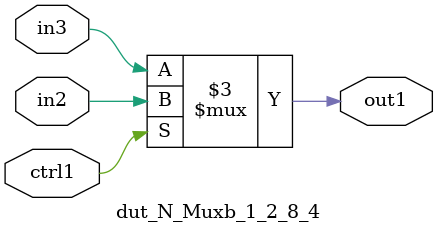
<source format=v>

`timescale 1ps / 1ps


module dut_N_Muxb_1_2_8_4( in3, in2, ctrl1, out1 );

    input in3;
    input in2;
    input ctrl1;
    output out1;
    reg out1;

    
    // rtl_process:dut_N_Muxb_1_2_8_4/dut_N_Muxb_1_2_8_4_thread_1
    always @*
      begin : dut_N_Muxb_1_2_8_4_thread_1
        case (ctrl1) 
          1'b1: 
            begin
              out1 = in2;
            end
          default: 
            begin
              out1 = in3;
            end
        endcase
      end

endmodule





</source>
